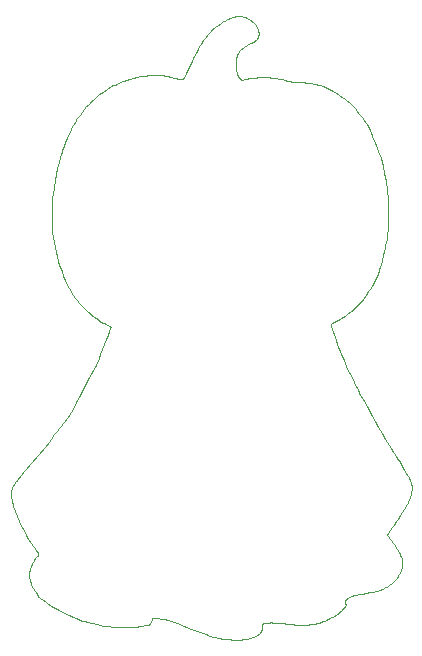
<source format=gbr>
%TF.GenerationSoftware,KiCad,Pcbnew,9.0.2*%
%TF.CreationDate,2025-10-05T19:09:33-07:00*%
%TF.ProjectId,PumpkinPCB,50756d70-6b69-46e5-9043-422e6b696361,rev?*%
%TF.SameCoordinates,Original*%
%TF.FileFunction,Profile,NP*%
%FSLAX46Y46*%
G04 Gerber Fmt 4.6, Leading zero omitted, Abs format (unit mm)*
G04 Created by KiCad (PCBNEW 9.0.2) date 2025-10-05 19:09:33*
%MOMM*%
%LPD*%
G01*
G04 APERTURE LIST*
%TA.AperFunction,Profile*%
%ADD10C,0.126999*%
%TD*%
G04 APERTURE END LIST*
D10*
X146037751Y-72540502D02*
X146158808Y-72543765D01*
X146210021Y-72545805D01*
X146256052Y-72548330D01*
X146297670Y-72551500D01*
X146335645Y-72555474D01*
X146370748Y-72560411D01*
X146403749Y-72566472D01*
X146435418Y-72573816D01*
X146466525Y-72582603D01*
X146497840Y-72592991D01*
X146530134Y-72605140D01*
X146564177Y-72619211D01*
X146600739Y-72635362D01*
X146684500Y-72674543D01*
X146782752Y-72725158D01*
X146877502Y-72781310D01*
X146968423Y-72842580D01*
X147055188Y-72908550D01*
X147137468Y-72978800D01*
X147214936Y-73052911D01*
X147287265Y-73130465D01*
X147354126Y-73211040D01*
X147415192Y-73294220D01*
X147470136Y-73379584D01*
X147518629Y-73466714D01*
X147560345Y-73555189D01*
X147594954Y-73644592D01*
X147622131Y-73734503D01*
X147641546Y-73824503D01*
X147648241Y-73869405D01*
X147652873Y-73914173D01*
X147655478Y-73948924D01*
X147657409Y-73980719D01*
X147658589Y-74009945D01*
X147658944Y-74036987D01*
X147658397Y-74062232D01*
X147656873Y-74086065D01*
X147654296Y-74108874D01*
X147650592Y-74131044D01*
X147645684Y-74152962D01*
X147639497Y-74175013D01*
X147631954Y-74197585D01*
X147622982Y-74221063D01*
X147612503Y-74245833D01*
X147600443Y-74272282D01*
X147586726Y-74300796D01*
X147571276Y-74331761D01*
X147549157Y-74373738D01*
X147526540Y-74412711D01*
X147502774Y-74449170D01*
X147477206Y-74483605D01*
X147449187Y-74516508D01*
X147418064Y-74548367D01*
X147383188Y-74579674D01*
X147343906Y-74610919D01*
X147299568Y-74642593D01*
X147249522Y-74675184D01*
X147193117Y-74709185D01*
X147129703Y-74745085D01*
X147058627Y-74783375D01*
X146979240Y-74824545D01*
X146792924Y-74917485D01*
X146699370Y-74964281D01*
X146612697Y-75009661D01*
X146532509Y-75053966D01*
X146458414Y-75097537D01*
X146390016Y-75140714D01*
X146326923Y-75183836D01*
X146268741Y-75227244D01*
X146215075Y-75271278D01*
X146165531Y-75316277D01*
X146119716Y-75362584D01*
X146077236Y-75410536D01*
X146037696Y-75460475D01*
X146000704Y-75512741D01*
X145965864Y-75567673D01*
X145932783Y-75625612D01*
X145901067Y-75686899D01*
X145865296Y-75761755D01*
X145849720Y-75796657D01*
X145835551Y-75830354D01*
X145822686Y-75863208D01*
X145811025Y-75895577D01*
X145800469Y-75927822D01*
X145790915Y-75960302D01*
X145782263Y-75993378D01*
X145774413Y-76027410D01*
X145767264Y-76062758D01*
X145760715Y-76099781D01*
X145749015Y-76180294D01*
X145738507Y-76271829D01*
X145731789Y-76347333D01*
X145727026Y-76424351D01*
X145724179Y-76502460D01*
X145723210Y-76581233D01*
X145724081Y-76660246D01*
X145726751Y-76739073D01*
X145731183Y-76817289D01*
X145737337Y-76894470D01*
X145745175Y-76970191D01*
X145754657Y-77044025D01*
X145765746Y-77115549D01*
X145778401Y-77184336D01*
X145792585Y-77249962D01*
X145808258Y-77312002D01*
X145825382Y-77370031D01*
X145843918Y-77423624D01*
X145862415Y-77470513D01*
X145882396Y-77516633D01*
X145903635Y-77561674D01*
X145925909Y-77605323D01*
X145948994Y-77647269D01*
X145972664Y-77687202D01*
X145996695Y-77724809D01*
X146020864Y-77759779D01*
X146044945Y-77791801D01*
X146068714Y-77820564D01*
X146080412Y-77833626D01*
X146091947Y-77845756D01*
X146103293Y-77856915D01*
X146114420Y-77867065D01*
X146125301Y-77876167D01*
X146135907Y-77884182D01*
X146146211Y-77891070D01*
X146156185Y-77896793D01*
X146165800Y-77901312D01*
X146175029Y-77904588D01*
X146183844Y-77906582D01*
X146192215Y-77907256D01*
X146211601Y-77905869D01*
X146241157Y-77901894D01*
X146279416Y-77895610D01*
X146324910Y-77887295D01*
X146431731Y-77865686D01*
X146549877Y-77839295D01*
X146708990Y-77805254D01*
X146874447Y-77776101D01*
X147047412Y-77751731D01*
X147229050Y-77732034D01*
X147420526Y-77716902D01*
X147623004Y-77706227D01*
X147837648Y-77699901D01*
X148065624Y-77697817D01*
X148299558Y-77700726D01*
X148520073Y-77709960D01*
X148732830Y-77726276D01*
X148943491Y-77750433D01*
X149157716Y-77783188D01*
X149381166Y-77825299D01*
X149619503Y-77877526D01*
X149878388Y-77940625D01*
X150042326Y-77981500D01*
X150180178Y-78013443D01*
X150302142Y-78037807D01*
X150360353Y-78047570D01*
X150418417Y-78055945D01*
X150539202Y-78069208D01*
X150674694Y-78078950D01*
X150835093Y-78086523D01*
X151030596Y-78093279D01*
X151261175Y-78103253D01*
X151484442Y-78118568D01*
X151700995Y-78139393D01*
X151911433Y-78165900D01*
X152116354Y-78198258D01*
X152316357Y-78236638D01*
X152512039Y-78281211D01*
X152704000Y-78332146D01*
X152892837Y-78389615D01*
X153079149Y-78453787D01*
X153263534Y-78524833D01*
X153446590Y-78602923D01*
X153628917Y-78688228D01*
X153811111Y-78780919D01*
X153993772Y-78881165D01*
X154177498Y-78989137D01*
X154371812Y-79111527D01*
X154563024Y-79241040D01*
X154750937Y-79377473D01*
X154935350Y-79520619D01*
X155116065Y-79670275D01*
X155292882Y-79826234D01*
X155465603Y-79988291D01*
X155634029Y-80156241D01*
X155797960Y-80329880D01*
X155957197Y-80509001D01*
X156111542Y-80693400D01*
X156260794Y-80882871D01*
X156404756Y-81077210D01*
X156543228Y-81276211D01*
X156676011Y-81479669D01*
X156802906Y-81687378D01*
X156895089Y-81845776D01*
X156975424Y-81988842D01*
X157044623Y-82118057D01*
X157103399Y-82234901D01*
X157129100Y-82289147D01*
X157152463Y-82340855D01*
X157173577Y-82390211D01*
X157192530Y-82437399D01*
X157209411Y-82482604D01*
X157224310Y-82526012D01*
X157237316Y-82567808D01*
X157248517Y-82608176D01*
X157260452Y-82649876D01*
X157275718Y-82696980D01*
X157293684Y-82747872D01*
X157313723Y-82800933D01*
X157335205Y-82854545D01*
X157357503Y-82907091D01*
X157379986Y-82956952D01*
X157402027Y-83002511D01*
X157505780Y-83219635D01*
X157607260Y-83455090D01*
X157706127Y-83707480D01*
X157802038Y-83975409D01*
X157983630Y-84552302D01*
X158149304Y-85174602D01*
X158296329Y-85831142D01*
X158421976Y-86510755D01*
X158523512Y-87202275D01*
X158598208Y-87894536D01*
X158614343Y-88154135D01*
X158625304Y-88487588D01*
X158631186Y-88869742D01*
X158632083Y-89275445D01*
X158628092Y-89679543D01*
X158619306Y-90056885D01*
X158605820Y-90382317D01*
X158587730Y-90630686D01*
X158558224Y-90899975D01*
X158524824Y-91158838D01*
X158486806Y-91411197D01*
X158443448Y-91660974D01*
X158394025Y-91912091D01*
X158337813Y-92168469D01*
X158274089Y-92434029D01*
X158202129Y-92712694D01*
X158174815Y-92817655D01*
X158149326Y-92919864D01*
X158126222Y-93016779D01*
X158106063Y-93105857D01*
X158089409Y-93184553D01*
X158076821Y-93250327D01*
X158068857Y-93300633D01*
X158066784Y-93319191D01*
X158066078Y-93332929D01*
X158059745Y-93398737D01*
X158041387Y-93485390D01*
X158011963Y-93590678D01*
X157972433Y-93712393D01*
X157866893Y-93996268D01*
X157732445Y-94319342D01*
X157576767Y-94663944D01*
X157407536Y-95012402D01*
X157232431Y-95347046D01*
X157059128Y-95650202D01*
X156956664Y-95817877D01*
X156863428Y-95964839D01*
X156774895Y-96097239D01*
X156686541Y-96221226D01*
X156593841Y-96342951D01*
X156492271Y-96468563D01*
X156377307Y-96604215D01*
X156244424Y-96756055D01*
X156131812Y-96879794D01*
X156014380Y-97002153D01*
X155892513Y-97122839D01*
X155766596Y-97241558D01*
X155637014Y-97358016D01*
X155504152Y-97471921D01*
X155368396Y-97582978D01*
X155230130Y-97690895D01*
X155089739Y-97795377D01*
X154947609Y-97896131D01*
X154804125Y-97992865D01*
X154659672Y-98085284D01*
X154514634Y-98173094D01*
X154369398Y-98256004D01*
X154224347Y-98333718D01*
X154079868Y-98405943D01*
X154036063Y-98427207D01*
X153996332Y-98446911D01*
X153960501Y-98465178D01*
X153928400Y-98482134D01*
X153899856Y-98497903D01*
X153874696Y-98512609D01*
X153863332Y-98519603D01*
X153852750Y-98526378D01*
X153842928Y-98532950D01*
X153833844Y-98539334D01*
X153825478Y-98545546D01*
X153817807Y-98551601D01*
X153810811Y-98557516D01*
X153804467Y-98563305D01*
X153798754Y-98568984D01*
X153793651Y-98574569D01*
X153789136Y-98580076D01*
X153785187Y-98585520D01*
X153781784Y-98590916D01*
X153778904Y-98596280D01*
X153776526Y-98601628D01*
X153774629Y-98606975D01*
X153773191Y-98612337D01*
X153772190Y-98617730D01*
X153771606Y-98623169D01*
X153771416Y-98628669D01*
X153778333Y-98669988D01*
X153798142Y-98745567D01*
X153870774Y-98983215D01*
X154108482Y-99690409D01*
X154393994Y-100489549D01*
X154526380Y-100842130D01*
X154636761Y-101119934D01*
X154869102Y-101670975D01*
X154969872Y-101901460D01*
X155070546Y-102124027D01*
X155178750Y-102355256D01*
X155302112Y-102611727D01*
X155624820Y-103266709D01*
X155848004Y-103714198D01*
X156045588Y-104106873D01*
X156196142Y-104402364D01*
X156278236Y-104558298D01*
X156474194Y-104917412D01*
X156806717Y-105535726D01*
X157069269Y-106024660D01*
X157269789Y-106392180D01*
X157479835Y-106767797D01*
X157770963Y-107281021D01*
X158065204Y-107789098D01*
X158387647Y-108332521D01*
X158664400Y-108788107D01*
X158762551Y-108944466D01*
X158821571Y-109032670D01*
X158838101Y-109055382D01*
X158853532Y-109077322D01*
X158867523Y-109097961D01*
X158879733Y-109116765D01*
X158885064Y-109125313D01*
X158889822Y-109133203D01*
X158893965Y-109140369D01*
X158897450Y-109146744D01*
X158900235Y-109152261D01*
X158902276Y-109156853D01*
X158903533Y-109160456D01*
X158903853Y-109161865D01*
X158903961Y-109163001D01*
X158907048Y-109170888D01*
X158915928Y-109187345D01*
X158948766Y-109242411D01*
X159058683Y-109416208D01*
X159196967Y-109627391D01*
X159326872Y-109818958D01*
X159340095Y-109838376D01*
X159352437Y-109857265D01*
X159363624Y-109875158D01*
X159373387Y-109891584D01*
X159377649Y-109899101D01*
X159381452Y-109906076D01*
X159384764Y-109912450D01*
X159387550Y-109918165D01*
X159389776Y-109923161D01*
X159391407Y-109927381D01*
X159392411Y-109930766D01*
X159392667Y-109932126D01*
X159392754Y-109933256D01*
X159393343Y-109936159D01*
X159395072Y-109940696D01*
X159401715Y-109954283D01*
X159412217Y-109973248D01*
X159426110Y-109996816D01*
X159442928Y-110024217D01*
X159462204Y-110054679D01*
X159483470Y-110087428D01*
X159506261Y-110121694D01*
X159606138Y-110275718D01*
X159729518Y-110474291D01*
X160007276Y-110937826D01*
X160141896Y-111169161D01*
X160260506Y-111377788D01*
X160353228Y-111546893D01*
X160410183Y-111659663D01*
X160451303Y-111753691D01*
X160487721Y-111843680D01*
X160519489Y-111930181D01*
X160546655Y-112013746D01*
X160569269Y-112094927D01*
X160587383Y-112174276D01*
X160601045Y-112252345D01*
X160610305Y-112329685D01*
X160615214Y-112406849D01*
X160615822Y-112484388D01*
X160612179Y-112562853D01*
X160604334Y-112642798D01*
X160592338Y-112724773D01*
X160576240Y-112809330D01*
X160556091Y-112897022D01*
X160531941Y-112988400D01*
X160468523Y-113198350D01*
X160433945Y-113300139D01*
X160397019Y-113400673D01*
X160357421Y-113500605D01*
X160314823Y-113600586D01*
X160268899Y-113701268D01*
X160219324Y-113803304D01*
X160165772Y-113907345D01*
X160107916Y-114014043D01*
X159977990Y-114238021D01*
X159826938Y-114480454D01*
X159652152Y-114746557D01*
X159524818Y-114936201D01*
X159435377Y-115068561D01*
X159363320Y-115173864D01*
X159288138Y-115282338D01*
X159091815Y-115565650D01*
X158938788Y-115790159D01*
X158880486Y-115877410D01*
X158835380Y-115946417D01*
X158804259Y-115995997D01*
X158794191Y-116013133D01*
X158787916Y-116024970D01*
X158780491Y-116039384D01*
X158768849Y-116060293D01*
X158735270Y-116117641D01*
X158691899Y-116189098D01*
X158643453Y-116266746D01*
X158523753Y-116456136D01*
X158670282Y-116629647D01*
X158721248Y-116690510D01*
X158766187Y-116745992D01*
X158809608Y-116802427D01*
X158856020Y-116866147D01*
X158909932Y-116943484D01*
X158975855Y-117040771D01*
X159161770Y-117320526D01*
X159299587Y-117528332D01*
X159391798Y-117665650D01*
X159422049Y-117712176D01*
X159453717Y-117764996D01*
X159486396Y-117823184D01*
X159519685Y-117885815D01*
X159586476Y-118020710D01*
X159650861Y-118162281D01*
X159709613Y-118303131D01*
X159759504Y-118435860D01*
X159780118Y-118496867D01*
X159797306Y-118553070D01*
X159810665Y-118603544D01*
X159819792Y-118647363D01*
X159831457Y-118734060D01*
X159836925Y-118821745D01*
X159836198Y-118910413D01*
X159829279Y-119000060D01*
X159816170Y-119090679D01*
X159796873Y-119182267D01*
X159771389Y-119274817D01*
X159739722Y-119368325D01*
X159701872Y-119462785D01*
X159657843Y-119558193D01*
X159607636Y-119654543D01*
X159551253Y-119751830D01*
X159488697Y-119850049D01*
X159419970Y-119949194D01*
X159345073Y-120049261D01*
X159264009Y-120150245D01*
X159185087Y-120242470D01*
X159105127Y-120329955D01*
X159023855Y-120412879D01*
X158940998Y-120491419D01*
X158856283Y-120565756D01*
X158769439Y-120636066D01*
X158680191Y-120702529D01*
X158588267Y-120765324D01*
X158493395Y-120824629D01*
X158395302Y-120880622D01*
X158293714Y-120933483D01*
X158188360Y-120983389D01*
X158078965Y-121030519D01*
X157965259Y-121075053D01*
X157846967Y-121117168D01*
X157723817Y-121157043D01*
X157662345Y-121173764D01*
X157575277Y-121194226D01*
X157340492Y-121243183D01*
X157051744Y-121297527D01*
X156741311Y-121350875D01*
X156432490Y-121403093D01*
X156148122Y-121454181D01*
X155919802Y-121498303D01*
X155836534Y-121515929D01*
X155779127Y-121529626D01*
X155728189Y-121544210D01*
X155675151Y-121561405D01*
X155620552Y-121580934D01*
X155564928Y-121602522D01*
X155508820Y-121625892D01*
X155452763Y-121650768D01*
X155397298Y-121676874D01*
X155342961Y-121703933D01*
X155290291Y-121731669D01*
X155239826Y-121759806D01*
X155192104Y-121788068D01*
X155147664Y-121816178D01*
X155107042Y-121843860D01*
X155070778Y-121870839D01*
X155039410Y-121896837D01*
X155013475Y-121921578D01*
X154982997Y-121953933D01*
X154970847Y-121967658D01*
X154960683Y-121980172D01*
X154956330Y-121986073D01*
X154952452Y-121991789D01*
X154949044Y-121997361D01*
X154946098Y-122002828D01*
X154943608Y-122008228D01*
X154941567Y-122013603D01*
X154939967Y-122018991D01*
X154938803Y-122024432D01*
X154938067Y-122029965D01*
X154937753Y-122035631D01*
X154937853Y-122041468D01*
X154938362Y-122047517D01*
X154939271Y-122053816D01*
X154940574Y-122060405D01*
X154942265Y-122067325D01*
X154944337Y-122074614D01*
X154949594Y-122090458D01*
X154956291Y-122108255D01*
X154973787Y-122150972D01*
X154979345Y-122164691D01*
X154984748Y-122178809D01*
X154994978Y-122207815D01*
X155004251Y-122237133D01*
X155012344Y-122265909D01*
X155019030Y-122293285D01*
X155021775Y-122306181D01*
X155024084Y-122318406D01*
X155025929Y-122329854D01*
X155027282Y-122340417D01*
X155028114Y-122349988D01*
X155028398Y-122358460D01*
X155025991Y-122380103D01*
X155018795Y-122404521D01*
X155006845Y-122431676D01*
X154990177Y-122461527D01*
X154968827Y-122494033D01*
X154942832Y-122529154D01*
X154912228Y-122566851D01*
X154877050Y-122607082D01*
X154837335Y-122649808D01*
X154793118Y-122694989D01*
X154744436Y-122742584D01*
X154691325Y-122792553D01*
X154633821Y-122844856D01*
X154571959Y-122899453D01*
X154435309Y-123015366D01*
X154323032Y-123104325D01*
X154204219Y-123190780D01*
X154079424Y-123274489D01*
X153949203Y-123355211D01*
X153814111Y-123432703D01*
X153674702Y-123506723D01*
X153531532Y-123577030D01*
X153385157Y-123643383D01*
X153236130Y-123705538D01*
X153085007Y-123763254D01*
X152932344Y-123816290D01*
X152778695Y-123864404D01*
X152624615Y-123907353D01*
X152470660Y-123944895D01*
X152317384Y-123976790D01*
X152165343Y-124002795D01*
X152007819Y-124021095D01*
X151813337Y-124034959D01*
X151594509Y-124044265D01*
X151363953Y-124048891D01*
X151134281Y-124048718D01*
X150918111Y-124043624D01*
X150728055Y-124033489D01*
X150576731Y-124018190D01*
X150308649Y-123983540D01*
X150017661Y-123950926D01*
X149717664Y-123921450D01*
X149422559Y-123896210D01*
X149146243Y-123876306D01*
X148902615Y-123862836D01*
X148705574Y-123856901D01*
X148569019Y-123859599D01*
X148464346Y-123868400D01*
X148363914Y-123879042D01*
X148270209Y-123891105D01*
X148226656Y-123897539D01*
X148185717Y-123904169D01*
X148147703Y-123910945D01*
X148112923Y-123917814D01*
X148081689Y-123924722D01*
X148054312Y-123931618D01*
X148031102Y-123938449D01*
X148012370Y-123945162D01*
X147998427Y-123951705D01*
X147993348Y-123954897D01*
X147989582Y-123958026D01*
X147987821Y-123961168D01*
X147985713Y-123967387D01*
X147980563Y-123988389D01*
X147974357Y-124019693D01*
X147967318Y-124059963D01*
X147951632Y-124162046D01*
X147935290Y-124283939D01*
X147922150Y-124385382D01*
X147916113Y-124427249D01*
X147910061Y-124464070D01*
X147903716Y-124496490D01*
X147900346Y-124511250D01*
X147896800Y-124525151D01*
X147893041Y-124538274D01*
X147889035Y-124550699D01*
X147884747Y-124562506D01*
X147880144Y-124573776D01*
X147875188Y-124584589D01*
X147869848Y-124595026D01*
X147864086Y-124605167D01*
X147857869Y-124615093D01*
X147851162Y-124624884D01*
X147843930Y-124634620D01*
X147836139Y-124644383D01*
X147827753Y-124654252D01*
X147809060Y-124674631D01*
X147787573Y-124696402D01*
X147763015Y-124720209D01*
X147735106Y-124746694D01*
X147682097Y-124794425D01*
X147626718Y-124839738D01*
X147568800Y-124882703D01*
X147508171Y-124923391D01*
X147444661Y-124961873D01*
X147378100Y-124998219D01*
X147308318Y-125032500D01*
X147235143Y-125064787D01*
X147158406Y-125095151D01*
X147077935Y-125123661D01*
X146993561Y-125150390D01*
X146905114Y-125175407D01*
X146812422Y-125198783D01*
X146715315Y-125220589D01*
X146613623Y-125240896D01*
X146507175Y-125259774D01*
X146403973Y-125275708D01*
X146303156Y-125288155D01*
X146200010Y-125297306D01*
X146089821Y-125303351D01*
X145967874Y-125306479D01*
X145829456Y-125306879D01*
X145669852Y-125304743D01*
X145484348Y-125300258D01*
X145159449Y-125286228D01*
X145004683Y-125275553D01*
X144854356Y-125262309D01*
X144707954Y-125246398D01*
X144564961Y-125227723D01*
X144424867Y-125206187D01*
X144287155Y-125181691D01*
X144151313Y-125154138D01*
X144016827Y-125123432D01*
X143883183Y-125089474D01*
X143749868Y-125052167D01*
X143616368Y-125011414D01*
X143482169Y-124967118D01*
X143346757Y-124919180D01*
X143209619Y-124867503D01*
X141969822Y-124379823D01*
X140957529Y-123977391D01*
X140852007Y-123934595D01*
X140737822Y-123891736D01*
X140488703Y-123807163D01*
X140220658Y-123726330D01*
X139944170Y-123651894D01*
X139669723Y-123586515D01*
X139407802Y-123532850D01*
X139168889Y-123493558D01*
X139061338Y-123480133D01*
X138963471Y-123471298D01*
X138662814Y-123450344D01*
X138588281Y-123671004D01*
X138571624Y-123718203D01*
X138554607Y-123762186D01*
X138537212Y-123802975D01*
X138519418Y-123840594D01*
X138501207Y-123875068D01*
X138491939Y-123891132D01*
X138482559Y-123906419D01*
X138473065Y-123920932D01*
X138463454Y-123934672D01*
X138453725Y-123947644D01*
X138443873Y-123959851D01*
X138433898Y-123971294D01*
X138423797Y-123981978D01*
X138413567Y-123991905D01*
X138403205Y-124001078D01*
X138392710Y-124009501D01*
X138382079Y-124017175D01*
X138371310Y-124024104D01*
X138360399Y-124030292D01*
X138349345Y-124035740D01*
X138338146Y-124040452D01*
X138326798Y-124044431D01*
X138315299Y-124047680D01*
X138303647Y-124050202D01*
X138291840Y-124052000D01*
X138279874Y-124053076D01*
X138267748Y-124053435D01*
X138243268Y-124054810D01*
X138209566Y-124058750D01*
X138168158Y-124064978D01*
X138120556Y-124073218D01*
X138068275Y-124083191D01*
X138012829Y-124094621D01*
X137955731Y-124107232D01*
X137898496Y-124120744D01*
X137717200Y-124160603D01*
X137528023Y-124193304D01*
X137327645Y-124219083D01*
X137112745Y-124238180D01*
X136880003Y-124250833D01*
X136626098Y-124257279D01*
X136347710Y-124257758D01*
X136041517Y-124252507D01*
X135739918Y-124242927D01*
X135466971Y-124229633D01*
X135214260Y-124211678D01*
X134973370Y-124188113D01*
X134735887Y-124157993D01*
X134493394Y-124120370D01*
X134237476Y-124074297D01*
X133959719Y-124018828D01*
X133521560Y-123921275D01*
X133111574Y-123815265D01*
X132914558Y-123758120D01*
X132721481Y-123697699D01*
X132531308Y-123633614D01*
X132343005Y-123565477D01*
X132155535Y-123492902D01*
X131967866Y-123415500D01*
X131778962Y-123332885D01*
X131587788Y-123244669D01*
X131194493Y-123049884D01*
X130779702Y-122828045D01*
X130610000Y-122733037D01*
X130442379Y-122636605D01*
X130278001Y-122539545D01*
X130118027Y-122442653D01*
X129963619Y-122346727D01*
X129815940Y-122252564D01*
X129676151Y-122160959D01*
X129545415Y-122072710D01*
X129424893Y-121988613D01*
X129315746Y-121909465D01*
X129219139Y-121836063D01*
X129136231Y-121769203D01*
X129068185Y-121709682D01*
X129016164Y-121658297D01*
X128996525Y-121635905D01*
X128981328Y-121615845D01*
X128970718Y-121598218D01*
X128964840Y-121583122D01*
X128961935Y-121573111D01*
X128957980Y-121561967D01*
X128953044Y-121549808D01*
X128947195Y-121536751D01*
X128940503Y-121522914D01*
X128933036Y-121508413D01*
X128916050Y-121477893D01*
X128896789Y-121446130D01*
X128875800Y-121414064D01*
X128853634Y-121382634D01*
X128842281Y-121367451D01*
X128830839Y-121352779D01*
X128771116Y-121274973D01*
X128713530Y-121193925D01*
X128658253Y-121110041D01*
X128605460Y-121023726D01*
X128555322Y-120935385D01*
X128508015Y-120845423D01*
X128463710Y-120754246D01*
X128422582Y-120662258D01*
X128384803Y-120569864D01*
X128350547Y-120477470D01*
X128319986Y-120385480D01*
X128293295Y-120294300D01*
X128270645Y-120204334D01*
X128252212Y-120115989D01*
X128238167Y-120029669D01*
X128228685Y-119945778D01*
X128223308Y-119848453D01*
X128223874Y-119749984D01*
X128230334Y-119650508D01*
X128242636Y-119550163D01*
X128260730Y-119449085D01*
X128284565Y-119347411D01*
X128314092Y-119245278D01*
X128349258Y-119142821D01*
X128390015Y-119040178D01*
X128436311Y-118937487D01*
X128488096Y-118834882D01*
X128545319Y-118732502D01*
X128607930Y-118630483D01*
X128675878Y-118528961D01*
X128749114Y-118428074D01*
X128827585Y-118327957D01*
X128906320Y-118231454D01*
X128937247Y-118192333D01*
X128962546Y-118157972D01*
X128973082Y-118142266D01*
X128982211Y-118127376D01*
X128989930Y-118113178D01*
X128996241Y-118099548D01*
X129001142Y-118086362D01*
X129004633Y-118073494D01*
X129006713Y-118060821D01*
X129007383Y-118048218D01*
X129006642Y-118035561D01*
X129004490Y-118022725D01*
X129000926Y-118009585D01*
X128995951Y-117996018D01*
X128989563Y-117981898D01*
X128981762Y-117967102D01*
X128972548Y-117951505D01*
X128961921Y-117934983D01*
X128936425Y-117898663D01*
X128905272Y-117857149D01*
X128825982Y-117754552D01*
X128803925Y-117725651D01*
X128781969Y-117696290D01*
X128760692Y-117667286D01*
X128740675Y-117639458D01*
X128722497Y-117613624D01*
X128706737Y-117590603D01*
X128693974Y-117571214D01*
X128684789Y-117556274D01*
X128650254Y-117501581D01*
X128582036Y-117397462D01*
X128384022Y-117100660D01*
X128172979Y-116771602D01*
X127965340Y-116417361D01*
X127762895Y-116041689D01*
X127567436Y-115648336D01*
X127380751Y-115241053D01*
X127204633Y-114823590D01*
X127040872Y-114399698D01*
X126891257Y-113973127D01*
X126842791Y-113823440D01*
X126800524Y-113683851D01*
X126764434Y-113553508D01*
X126734500Y-113431558D01*
X126710697Y-113317149D01*
X126693004Y-113209429D01*
X126681398Y-113107545D01*
X126675857Y-113010645D01*
X126676357Y-112917878D01*
X126682876Y-112828389D01*
X126695391Y-112741328D01*
X126713881Y-112655842D01*
X126738321Y-112571079D01*
X126768691Y-112486186D01*
X126804966Y-112400311D01*
X126847125Y-112312602D01*
X126881072Y-112248798D01*
X126919891Y-112181268D01*
X126962221Y-112112059D01*
X127006702Y-112043221D01*
X127051973Y-111976802D01*
X127096674Y-111914849D01*
X127139445Y-111859412D01*
X127159682Y-111834776D01*
X127178925Y-111812537D01*
X127216598Y-111769724D01*
X127254190Y-111725929D01*
X127290703Y-111682387D01*
X127325138Y-111640334D01*
X127356498Y-111601004D01*
X127383784Y-111565633D01*
X127406000Y-111535456D01*
X127422146Y-111511710D01*
X127442953Y-111482294D01*
X127478526Y-111435984D01*
X127586235Y-111302140D01*
X127729799Y-111129094D01*
X127893746Y-110935762D01*
X128373622Y-110367704D01*
X128983276Y-109636930D01*
X129543859Y-108958753D01*
X129876525Y-108548481D01*
X130079609Y-108292457D01*
X130365333Y-107937136D01*
X130582143Y-107667291D01*
X130773746Y-107424547D01*
X130943891Y-107203796D01*
X131096333Y-106999932D01*
X131234821Y-106807848D01*
X131363109Y-106622436D01*
X131484948Y-106438592D01*
X131604090Y-106251207D01*
X131901930Y-105757889D01*
X132226903Y-105191569D01*
X132567526Y-104574138D01*
X132912319Y-103927486D01*
X133249800Y-103273504D01*
X133568486Y-102634083D01*
X133856895Y-102031114D01*
X134103546Y-101486488D01*
X134252585Y-101136505D01*
X134417806Y-100734176D01*
X134588097Y-100308310D01*
X134752345Y-99887716D01*
X134899438Y-99501204D01*
X135018262Y-99177583D01*
X135097707Y-98945663D01*
X135119188Y-98873093D01*
X135126657Y-98834252D01*
X135124620Y-98829498D01*
X135118641Y-98822934D01*
X135108923Y-98814676D01*
X135095666Y-98804844D01*
X135059343Y-98780919D01*
X135011282Y-98752099D01*
X134953093Y-98719319D01*
X134886386Y-98683518D01*
X134812773Y-98645634D01*
X134733862Y-98606603D01*
X134591789Y-98535045D01*
X134449961Y-98458459D01*
X134308561Y-98376990D01*
X134167776Y-98290783D01*
X134027788Y-98199981D01*
X133888784Y-98104730D01*
X133750947Y-98005173D01*
X133614463Y-97901456D01*
X133479515Y-97793722D01*
X133346289Y-97682116D01*
X133214969Y-97566782D01*
X133085739Y-97447865D01*
X132958785Y-97325510D01*
X132834291Y-97199860D01*
X132712441Y-97071059D01*
X132593421Y-96939254D01*
X132464933Y-96784326D01*
X132310915Y-96584199D01*
X132142649Y-96355095D01*
X131971422Y-96113237D01*
X131808518Y-95874847D01*
X131665220Y-95656146D01*
X131552814Y-95473358D01*
X131511721Y-95400500D01*
X131482583Y-95342704D01*
X131451131Y-95275384D01*
X131412604Y-95195146D01*
X131371884Y-95112050D01*
X131333851Y-95036158D01*
X131296003Y-94954821D01*
X131247708Y-94839749D01*
X131123497Y-94518355D01*
X130968660Y-94091887D01*
X130790640Y-93580261D01*
X130679494Y-93230663D01*
X130575630Y-92855193D01*
X130480133Y-92459426D01*
X130394086Y-92048939D01*
X130318575Y-91629305D01*
X130254684Y-91206102D01*
X130203498Y-90784905D01*
X130166102Y-90371288D01*
X130150325Y-90075398D01*
X130141626Y-89726390D01*
X130139655Y-89342870D01*
X130144065Y-88943448D01*
X130154508Y-88546729D01*
X130170636Y-88171322D01*
X130192100Y-87835835D01*
X130218553Y-87558874D01*
X130294889Y-86984200D01*
X130384871Y-86419548D01*
X130486764Y-85872454D01*
X130598836Y-85350453D01*
X130719355Y-84861080D01*
X130846589Y-84411871D01*
X130912182Y-84204683D01*
X130978804Y-84010361D01*
X131046238Y-83829848D01*
X131114268Y-83664085D01*
X131134655Y-83614811D01*
X131154584Y-83562753D01*
X131173554Y-83509485D01*
X131191063Y-83456582D01*
X131206611Y-83405619D01*
X131219696Y-83358171D01*
X131229817Y-83315812D01*
X131233610Y-83297033D01*
X131236473Y-83280118D01*
X131246117Y-83240036D01*
X131265321Y-83182049D01*
X131328623Y-83020481D01*
X131418806Y-82811646D01*
X131528295Y-82571779D01*
X131649519Y-82317114D01*
X131774902Y-82063885D01*
X131896872Y-81828327D01*
X132007855Y-81626673D01*
X132078071Y-81507535D01*
X132153383Y-81385617D01*
X132233298Y-81261557D01*
X132317319Y-81135996D01*
X132495703Y-80882919D01*
X132684579Y-80631497D01*
X132879986Y-80386840D01*
X133077967Y-80154056D01*
X133176685Y-80043714D01*
X133274563Y-79938256D01*
X133371104Y-79838321D01*
X133465815Y-79744549D01*
X133595693Y-79622047D01*
X133729884Y-79501269D01*
X133867872Y-79382562D01*
X134009143Y-79266277D01*
X134153180Y-79152760D01*
X134299466Y-79042360D01*
X134447487Y-78935426D01*
X134596726Y-78832306D01*
X134746668Y-78733349D01*
X134896796Y-78638902D01*
X135046595Y-78549315D01*
X135195549Y-78464936D01*
X135343142Y-78386113D01*
X135488858Y-78313195D01*
X135632181Y-78246529D01*
X135772596Y-78186465D01*
X136157547Y-78033439D01*
X136501916Y-77906398D01*
X136662619Y-77851666D01*
X136817660Y-77802283D01*
X136968536Y-77757868D01*
X137116740Y-77718038D01*
X137263767Y-77682410D01*
X137411113Y-77650602D01*
X137560272Y-77622232D01*
X137712740Y-77596918D01*
X137870010Y-77574278D01*
X138033579Y-77553928D01*
X138385589Y-77518572D01*
X138687090Y-77498680D01*
X138833013Y-77494370D01*
X138977085Y-77493993D01*
X139120330Y-77497678D01*
X139263771Y-77505556D01*
X139408434Y-77517758D01*
X139555342Y-77534415D01*
X139705521Y-77555658D01*
X139859994Y-77581616D01*
X140019786Y-77612422D01*
X140185921Y-77648204D01*
X140541319Y-77735225D01*
X140934383Y-77843724D01*
X140952703Y-77848675D01*
X140970661Y-77852841D01*
X140988270Y-77856213D01*
X141005546Y-77858781D01*
X141022504Y-77860539D01*
X141039159Y-77861477D01*
X141055525Y-77861587D01*
X141071618Y-77860860D01*
X141087451Y-77859288D01*
X141103041Y-77856863D01*
X141118403Y-77853576D01*
X141133550Y-77849418D01*
X141148498Y-77844381D01*
X141163262Y-77838457D01*
X141177856Y-77831636D01*
X141192296Y-77823912D01*
X141206597Y-77815274D01*
X141220773Y-77805716D01*
X141234839Y-77795227D01*
X141248810Y-77783800D01*
X141262702Y-77771426D01*
X141276528Y-77758097D01*
X141290304Y-77743805D01*
X141304045Y-77728540D01*
X141331481Y-77695059D01*
X141358954Y-77657589D01*
X141386585Y-77616059D01*
X141414491Y-77570404D01*
X141458356Y-77494241D01*
X141501830Y-77414177D01*
X141549710Y-77320075D01*
X141606795Y-77201794D01*
X141767769Y-76852145D01*
X142023138Y-76284116D01*
X142121605Y-76069251D01*
X142222103Y-75859760D01*
X142324448Y-75655924D01*
X142428458Y-75458027D01*
X142533949Y-75266349D01*
X142640738Y-75081172D01*
X142748641Y-74902779D01*
X142857476Y-74731449D01*
X142967058Y-74567467D01*
X143077206Y-74411112D01*
X143187734Y-74262668D01*
X143298461Y-74122415D01*
X143409203Y-73990636D01*
X143519777Y-73867612D01*
X143629999Y-73753624D01*
X143739686Y-73648956D01*
X143837858Y-73561380D01*
X143938225Y-73475998D01*
X144040494Y-73392994D01*
X144144369Y-73312549D01*
X144249559Y-73234847D01*
X144355767Y-73160069D01*
X144462702Y-73088399D01*
X144570067Y-73020020D01*
X144677571Y-72955114D01*
X144784918Y-72893863D01*
X144891815Y-72836450D01*
X144997968Y-72783058D01*
X145103083Y-72733870D01*
X145206866Y-72689067D01*
X145309023Y-72648834D01*
X145409260Y-72613352D01*
X145482209Y-72590159D01*
X145516089Y-72580443D01*
X145548895Y-72571903D01*
X145581119Y-72564484D01*
X145613253Y-72558128D01*
X145645787Y-72552779D01*
X145679214Y-72548378D01*
X145714025Y-72544870D01*
X145750712Y-72542196D01*
X145831679Y-72539127D01*
X145926048Y-72538714D01*
X146037751Y-72540502D01*
M02*

</source>
